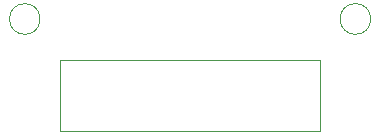
<source format=gbr>
G04*
G04 #@! TF.GenerationSoftware,Altium Limited,Altium Designer,23.8.1 (32)*
G04*
G04 Layer_Color=16711935*
%FSLAX25Y25*%
%MOIN*%
G70*
G04*
G04 #@! TF.SameCoordinates,48C9B784-376A-4F07-8638-CCFCEE87AEF8*
G04*
G04*
G04 #@! TF.FilePolarity,Positive*
G04*
G01*
G75*
%ADD21C,0.00197*%
%ADD22C,0.00394*%
D21*
X217717Y92520D02*
G03*
X217717Y92520I-5118J0D01*
G01*
X107480D02*
G03*
X107480Y92520I-5118J0D01*
G01*
D22*
X200787Y55118D02*
Y78740D01*
X114173Y55118D02*
Y78740D01*
Y55118D02*
X200787D01*
X114173Y78740D02*
X200787D01*
M02*

</source>
